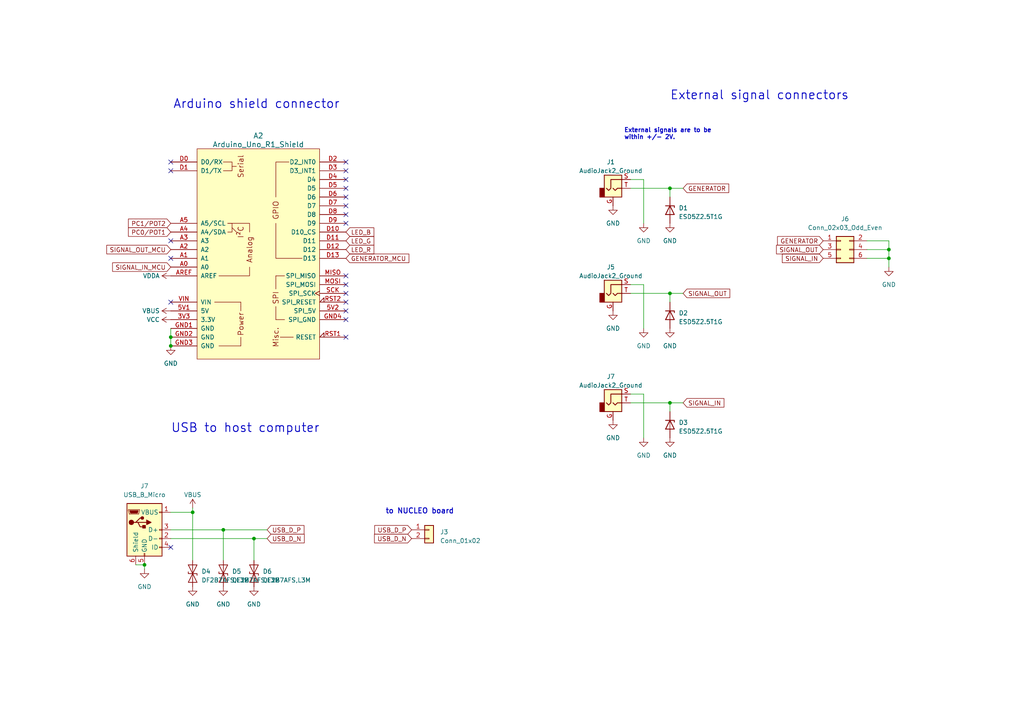
<source format=kicad_sch>
(kicad_sch (version 20230121) (generator eeschema)
  (paper "A4")
  (title_block (title "DSP PAW add-on board") (date "2023-09-13") (rev "2") (company "bitgloo") (comment 1 "Released under the CERN Open Hardware Licence Version 2 - Strongly Reciprocal"))
  (lib_symbols
    (symbol "Connector:USB_B_Micro" (pin_names (offset 1.016))
      (property "Reference" "J" (at -5.08 11.43 0))
      (property "Value" "USB_B_Micro" (at -5.08 8.89 0))
      (symbol "USB_B_Micro_0_1"
        (rectangle (start -5.08 -7.62) (end 5.08 7.62) (stroke (width 0.254)) (fill (type background)))
        (circle (center -3.81 2.159) (radius 0.635) (stroke (width 0.254)) (fill (type outline)))
        (circle (center -0.635 3.429) (radius 0.381) (stroke (width 0.254)) (fill (type outline)))
        (rectangle (start -0.127 -7.62) (end 0.127 -6.858))
        (polyline (pts (xy -1.905 2.159) (xy 0.635 2.159)) (stroke (width 0.254)))
        (polyline (pts (xy -3.175 2.159) (xy -2.54 2.159) (xy -1.27 3.429) (xy -0.635 3.429)) (stroke (width 0.254)))
        (polyline (pts (xy -2.54 2.159) (xy -1.905 2.159) (xy -1.27 0.889) (xy 0 0.889)) (stroke (width 0.254)))
        (polyline (pts (xy 0.635 2.794) (xy 0.635 1.524) (xy 1.905 2.159) (xy 0.635 2.794)) (stroke (width 0.254)) (fill (type outline)))
        (polyline (pts (xy -4.318 5.588) (xy -1.778 5.588) (xy -2.032 4.826) (xy -4.064 4.826) (xy -4.318 5.588)) (fill (type outline)))
        (polyline (pts (xy -4.699 5.842) (xy -4.699 5.588) (xy -4.445 4.826) (xy -4.445 4.572) (xy -1.651 4.572) (xy -1.651 4.826) (xy -1.397 5.588) (xy -1.397 5.842) (xy -4.699 5.842)))
        (rectangle (start 0.254 1.27) (end -0.508 0.508) (stroke (width 0.254)) (fill (type outline)))
        (rectangle (start 5.08 -5.207) (end 4.318 -4.953))
        (rectangle (start 5.08 -2.667) (end 4.318 -2.413))
        (rectangle (start 5.08 -0.127) (end 4.318 0.127))
        (rectangle (start 5.08 4.953) (end 4.318 5.207))
      )
      (symbol "USB_B_Micro_1_1"
        (pin power_out line (at 7.62 5.08 180) (length 2.54) (name "VBUS") (number "1"))
        (pin bidirectional line (at 7.62 -2.54 180) (length 2.54) (name "D-") (number "2"))
        (pin bidirectional line (at 7.62 0 180) (length 2.54) (name "D+") (number "3"))
        (pin passive line (at 7.62 -5.08 180) (length 2.54) (name "ID") (number "4"))
        (pin power_out line (at 0 -10.16 90) (length 2.54) (name "GND") (number "5"))
        (pin passive line (at -2.54 -10.16 90) (length 2.54) (name "Shield") (number "6"))
      )
    )
    (symbol "Connector_Audio:AudioJack2_Ground"
      (property "Reference" "J" (at 0 8.89 0))
      (property "Value" "AudioJack2_Ground" (at 0 6.35 0))
      (symbol "AudioJack2_Ground_0_1"
        (rectangle (start -2.54 -2.54) (end -3.81 0) (stroke (width 0.254)) (fill (type outline)))
        (polyline (pts (xy 0 0) (xy 0.635 -0.635) (xy 1.27 0) (xy 2.54 0)) (stroke (width 0.254)))
        (polyline (pts (xy 2.54 2.54) (xy -0.635 2.54) (xy -0.635 0) (xy -1.27 -0.635) (xy -1.905 0)) (stroke (width 0.254)))
        (rectangle (start 2.54 3.81) (end -2.54 -2.54) (stroke (width 0.254)) (fill (type background)))
      )
      (symbol "AudioJack2_Ground_1_1"
        (pin passive line (at 0 -5.08 90) (length 2.54) (name "~") (number "G"))
        (pin passive line (at 5.08 2.54 180) (length 2.54) (name "~") (number "S"))
        (pin passive line (at 5.08 0 180) (length 2.54) (name "~") (number "T"))
      )
    )
    (symbol "Connector_Generic:Conn_01x02" (pin_names (offset 1.016) hide)
      (property "Reference" "J" (at 0 2.54 0))
      (property "Value" "Conn_01x02" (at 0 -5.08 0))
      (symbol "Conn_01x02_1_1"
        (rectangle (start -1.27 -2.413) (end 0 -2.667) (stroke (width 0.1524)))
        (rectangle (start -1.27 0.127) (end 0 -0.127) (stroke (width 0.1524)))
        (rectangle (start -1.27 1.27) (end 1.27 -3.81) (stroke (width 0.254)) (fill (type background)))
        (pin passive line (at -5.08 0 0) (length 3.81) (name "Pin_1") (number "1"))
        (pin passive line (at -5.08 -2.54 0) (length 3.81) (name "Pin_2") (number "2"))
      )
    )
    (symbol "Connector_Generic:Conn_02x03_Odd_Even" (pin_names (offset 1.016) hide)
      (property "Reference" "J" (at 1.27 5.08 0))
      (property "Value" "Conn_02x03_Odd_Even" (at 1.27 -5.08 0))
      (symbol "Conn_02x03_Odd_Even_1_1"
        (rectangle (start -1.27 -2.413) (end 0 -2.667) (stroke (width 0.1524)))
        (rectangle (start -1.27 0.127) (end 0 -0.127) (stroke (width 0.1524)))
        (rectangle (start -1.27 2.667) (end 0 2.413) (stroke (width 0.1524)))
        (rectangle (start -1.27 3.81) (end 3.81 -3.81) (stroke (width 0.254)) (fill (type background)))
        (rectangle (start 3.81 -2.413) (end 2.54 -2.667) (stroke (width 0.1524)))
        (rectangle (start 3.81 0.127) (end 2.54 -0.127) (stroke (width 0.1524)))
        (rectangle (start 3.81 2.667) (end 2.54 2.413) (stroke (width 0.1524)))
        (pin passive line (at -5.08 2.54 0) (length 3.81) (name "Pin_1") (number "1"))
        (pin passive line (at 7.62 2.54 180) (length 3.81) (name "Pin_2") (number "2"))
        (pin passive line (at -5.08 0 0) (length 3.81) (name "Pin_3") (number "3"))
        (pin passive line (at 7.62 0 180) (length 3.81) (name "Pin_4") (number "4"))
        (pin passive line (at -5.08 -2.54 0) (length 3.81) (name "Pin_5") (number "5"))
        (pin passive line (at 7.62 -2.54 180) (length 3.81) (name "Pin_6") (number "6"))
      )
    )
    (symbol "Diode:ESD5Zxx" (pin_numbers hide) (pin_names hide)
      (property "Reference" "D" (at 0 2.54 0))
      (property "Value" "ESD5Zxx" (at 0 -2.54 0))
      (symbol "ESD5Zxx_0_1"
        (polyline (pts (xy 1.27 0) (xy -1.27 0)))
        (polyline (pts (xy -1.27 -1.27) (xy -1.27 1.27) (xy -0.762 1.27)) (stroke (width 0.254)))
        (polyline (pts (xy 1.27 -1.27) (xy 1.27 1.27) (xy -1.27 0) (xy 1.27 -1.27)) (stroke (width 0.254)))
      )
      (symbol "ESD5Zxx_1_1"
        (pin passive line (at -3.81 0 0) (length 2.54) (name "K") (number "1"))
        (pin passive line (at 3.81 0 180) (length 2.54) (name "A") (number "2"))
      )
    )
    (symbol "Diode:ESD9B5.0ST5G" (pin_numbers hide) (pin_names (offset 1.016) hide)
      (property "Reference" "D" (at 0 2.54 0))
      (property "Value" "ESD9B5.0ST5G" (at 0 -2.54 0))
      (symbol "ESD9B5.0ST5G_0_1"
        (polyline (pts (xy 1.27 0) (xy -1.27 0)))
        (polyline (pts (xy -2.54 -1.27) (xy 0 0) (xy -2.54 1.27) (xy -2.54 -1.27)) (stroke (width 0.2032)))
        (polyline (pts (xy 0.508 1.27) (xy 0 1.27) (xy 0 -1.27) (xy -0.508 -1.27)) (stroke (width 0.2032)))
        (polyline (pts (xy 2.54 1.27) (xy 2.54 -1.27) (xy 0 0) (xy 2.54 1.27)) (stroke (width 0.2032)))
      )
      (symbol "ESD9B5.0ST5G_1_1"
        (pin passive line (at -3.81 0 0) (length 2.54) (name "A1") (number "1"))
        (pin passive line (at 3.81 0 180) (length 2.54) (name "A2") (number "2"))
      )
    )
    (symbol "PCM_arduino-library:Arduino_Uno_R1_Shield" (pin_names (offset 1.016))
      (property "Reference" "A" (at 0 36.83 0))
      (property "Value" "Arduino_Uno_R1_Shield" (at 0 33.02 0))
      (symbol "Arduino_Uno_R1_Shield_0_0"
        (rectangle (start -17.78 30.48) (end 17.78 -30.48) (fill (type background)))
        (rectangle (start -12.7 -13.97) (end -5.08 -13.97))
        (rectangle (start -11.43 -26.67) (end -5.08 -26.67))
        (polyline (pts (xy -7.62 7.62) (xy -6.35 6.35)))
        (polyline (pts (xy -7.62 25.4) (xy -6.35 25.4)))
        (polyline (pts (xy -5.08 -26.67) (xy -5.08 -24.13)))
        (polyline (pts (xy -5.08 -15.24) (xy -5.08 -16.51)))
        (polyline (pts (xy -5.08 -13.97) (xy -5.08 -15.24)))
        (polyline (pts (xy -2.54 -3.81) (xy -2.54 -6.35) (xy -11.43 -6.35)))
        (polyline (pts (xy -2.54 6.35) (xy -2.54 8.89) (xy -8.89 8.89)))
        (polyline (pts (xy 5.08 8.89) (xy 5.08 -1.27) (xy 12.7 -1.27)))
        (polyline (pts (xy 5.08 16.51) (xy 5.08 26.67) (xy 8.89 26.67)))
        (polyline (pts (xy -10.16 26.67) (xy -7.62 26.67) (xy -7.62 24.13) (xy -10.16 24.13)))
        (polyline (pts (xy -8.89 8.89) (xy -7.62 8.89) (xy -7.62 6.35) (xy -8.89 6.35)))
        (rectangle (start 5.08 -19.05) (end 5.08 -15.24))
        (rectangle (start 5.08 -19.05) (end 7.62 -19.05))
        (rectangle (start 5.08 -10.16) (end 5.08 -6.35))
        (rectangle (start 6.35 -24.13) (end 10.16 -24.13))
        (rectangle (start 7.62 -6.35) (end 5.08 -6.35))
        (text "Analog" (at -2.54 1.27 900) (effects (font (size 1.524 1.524))))
        (text "I²C" (at -5.08 6.35 900) (effects (font (size 1.524 1.524))))
        (text "Misc." (at 5.08 -24.13 900) (effects (font (size 1.524 1.524))))
        (text "Power" (at -5.08 -20.32 900) (effects (font (size 1.524 1.524))))
        (text "Serial" (at -5.08 25.4 900) (effects (font (size 1.524 1.524))))
        (text "SPI" (at 5.08 -12.7 900) (effects (font (size 1.524 1.524))))
      )
      (symbol "Arduino_Uno_R1_Shield_1_0"
        (text "GPIO" (at 5.08 12.7 900) (effects (font (size 1.524 1.524))))
      )
      (symbol "Arduino_Uno_R1_Shield_1_1"
        (pin power_out line (at -25.4 -19.05 0) (length 7.62) (name "3.3V") (number "3V3"))
        (pin power_in line (at -25.4 -16.51 0) (length 7.62) (name "5V") (number "5V1"))
        (pin power_in line (at 25.4 -16.51 180) (length 7.62) (name "SPI_5V") (number "5V2"))
        (pin bidirectional line (at -25.4 -3.81 0) (length 7.62) (name "A0") (number "A0"))
        (pin bidirectional line (at -25.4 -1.27 0) (length 7.62) (name "A1") (number "A1"))
        (pin bidirectional line (at -25.4 1.27 0) (length 7.62) (name "A2") (number "A2"))
        (pin bidirectional line (at -25.4 3.81 0) (length 7.62) (name "A3") (number "A3"))
        (pin bidirectional line (at -25.4 6.35 0) (length 7.62) (name "A4/SDA") (number "A4"))
        (pin bidirectional line (at -25.4 8.89 0) (length 7.62) (name "A5/SCL") (number "A5"))
        (pin input line (at -25.4 -6.35 0) (length 7.62) (name "AREF") (number "AREF"))
        (pin bidirectional line (at -25.4 26.67 0) (length 7.62) (name "D0/RX") (number "D0"))
        (pin bidirectional line (at -25.4 24.13 0) (length 7.62) (name "D1/TX") (number "D1"))
        (pin bidirectional line (at 25.4 6.35 180) (length 7.62) (name "D10_CS") (number "D10"))
        (pin bidirectional line (at 25.4 3.81 180) (length 7.62) (name "D11") (number "D11"))
        (pin bidirectional line (at 25.4 1.27 180) (length 7.62) (name "D12") (number "D12"))
        (pin bidirectional line (at 25.4 -1.27 180) (length 7.62) (name "D13") (number "D13"))
        (pin bidirectional line (at 25.4 26.67 180) (length 7.62) (name "D2_INT0") (number "D2"))
        (pin bidirectional line (at 25.4 24.13 180) (length 7.62) (name "D3_INT1") (number "D3"))
        (pin bidirectional line (at 25.4 21.59 180) (length 7.62) (name "D4") (number "D4"))
        (pin bidirectional line (at 25.4 19.05 180) (length 7.62) (name "D5") (number "D5"))
        (pin bidirectional line (at 25.4 16.51 180) (length 7.62) (name "D6") (number "D6"))
        (pin bidirectional line (at 25.4 13.97 180) (length 7.62) (name "D7") (number "D7"))
        (pin bidirectional line (at 25.4 11.43 180) (length 7.62) (name "D8") (number "D8"))
        (pin bidirectional line (at 25.4 8.89 180) (length 7.62) (name "D9") (number "D9"))
        (pin power_in line (at -25.4 -21.59 0) (length 7.62) (name "GND") (number "GND1"))
        (pin power_in line (at -25.4 -24.13 0) (length 7.62) (name "GND") (number "GND2"))
        (pin power_in line (at -25.4 -26.67 0) (length 7.62) (name "GND") (number "GND3"))
        (pin power_in line (at 25.4 -19.05 180) (length 7.62) (name "SPI_GND") (number "GND4"))
        (pin input line (at 25.4 -6.35 180) (length 7.62) (name "SPI_MISO") (number "MISO"))
        (pin output line (at 25.4 -8.89 180) (length 7.62) (name "SPI_MOSI") (number "MOSI"))
        (pin open_collector input_low (at 25.4 -24.13 180) (length 7.62) (name "RESET") (number "RST1"))
        (pin open_collector input_low (at 25.4 -13.97 180) (length 7.62) (name "SPI_RESET") (number "RST2"))
        (pin output clock (at 25.4 -11.43 180) (length 7.62) (name "SPI_SCK") (number "SCK"))
        (pin power_in line (at -25.4 -13.97 0) (length 7.62) (name "VIN") (number "VIN"))
      )
    )
    (symbol "power:GND" (power) (pin_names (offset 0))
      (property "Value" "GND" (at 0 -3.81 0))
      (symbol "GND_0_1"
        (polyline (pts (xy 0 0) (xy 0 -1.27) (xy 1.27 -1.27) (xy 0 -2.54) (xy -1.27 -1.27) (xy 0 -1.27)))
      )
      (symbol "GND_1_1"
        (pin power_in line (at 0 0 270) (length 0) hide (name "GND") (number "1"))
      )
    )
    (symbol "power:VBUS" (power) (pin_names (offset 0))
      (property "Value" "VBUS" (at 0 3.81 0))
      (symbol "VBUS_0_1"
        (polyline (pts (xy -0.762 1.27) (xy 0 2.54)))
        (polyline (pts (xy 0 0) (xy 0 2.54)))
        (polyline (pts (xy 0 2.54) (xy 0.762 1.27)))
      )
      (symbol "VBUS_1_1"
        (pin power_in line (at 0 0 90) (length 0) hide (name "VBUS") (number "1"))
      )
    )
    (symbol "power:VCC" (power) (pin_names (offset 0))
      (property "Value" "VCC" (at 0 3.81 0))
      (symbol "VCC_0_1"
        (polyline (pts (xy -0.762 1.27) (xy 0 2.54)))
        (polyline (pts (xy 0 0) (xy 0 2.54)))
        (polyline (pts (xy 0 2.54) (xy 0.762 1.27)))
      )
      (symbol "VCC_1_1"
        (pin power_in line (at 0 0 90) (length 0) hide (name "VCC") (number "1"))
      )
    )
    (symbol "power:VDDA" (power) (pin_names (offset 0))
      (property "Value" "VDDA" (at 0 3.81 0))
      (symbol "VDDA_0_1"
        (polyline (pts (xy -0.762 1.27) (xy 0 2.54)))
        (polyline (pts (xy 0 0) (xy 0 2.54)))
        (polyline (pts (xy 0 2.54) (xy 0.762 1.27)))
      )
      (symbol "VDDA_1_1"
        (pin power_in line (at 0 0 90) (length 0) hide (name "VDDA") (number "1"))
      )
    )
  )
  (junction (at 64.77 153.67))
  (junction (at 194.31 54.61))
  (junction (at 73.66 156.21))
  (junction (at 194.31 85.09))
  (junction (at 49.53 100.33))
  (junction (at 257.81 72.39))
  (junction (at 41.91 163.83))
  (junction (at 49.53 97.79))
  (junction (at 55.88 148.59))
  (junction (at 194.31 116.84))
  (junction (at 257.81 74.93))
  (no_connect (at 100.33 90.17))
  (no_connect (at 49.53 49.53))
  (no_connect (at 49.53 74.93))
  (no_connect (at 49.53 46.99))
  (no_connect (at 100.33 64.77))
  (no_connect (at 100.33 54.61))
  (no_connect (at 100.33 49.53))
  (no_connect (at 100.33 57.15))
  (no_connect (at 100.33 46.99))
  (no_connect (at 100.33 80.01))
  (no_connect (at 49.53 87.63))
  (no_connect (at 100.33 52.07))
  (no_connect (at 100.33 87.63))
  (no_connect (at 49.53 69.85))
  (no_connect (at 100.33 82.55))
  (no_connect (at 49.53 158.75))
  (no_connect (at 100.33 85.09))
  (no_connect (at 100.33 59.69))
  (no_connect (at 100.33 92.71))
  (no_connect (at 100.33 97.79))
  (no_connect (at 100.33 62.23))
  (wire (pts (xy 257.81 72.39) (xy 251.46 72.39)))
  (wire (pts (xy 186.69 114.3) (xy 186.69 127)))
  (wire (pts (xy 182.88 114.3) (xy 186.69 114.3)))
  (wire (pts (xy 257.81 74.93) (xy 257.81 77.47)))
  (wire (pts (xy 55.88 147.32) (xy 55.88 148.59)))
  (wire (pts (xy 186.69 82.55) (xy 186.69 95.25)))
  (wire (pts (xy 194.31 116.84) (xy 198.12 116.84)))
  (wire (pts (xy 257.81 72.39) (xy 257.81 74.93)))
  (wire (pts (xy 194.31 54.61) (xy 198.12 54.61)))
  (wire (pts (xy 73.66 156.21) (xy 77.47 156.21)))
  (wire (pts (xy 194.31 54.61) (xy 194.31 57.15)))
  (wire (pts (xy 49.53 153.67) (xy 64.77 153.67)))
  (wire (pts (xy 186.69 52.07) (xy 186.69 64.77)))
  (wire (pts (xy 49.53 156.21) (xy 73.66 156.21)))
  (wire (pts (xy 39.37 163.83) (xy 41.91 163.83)))
  (wire (pts (xy 194.31 85.09) (xy 194.31 87.63)))
  (wire (pts (xy 49.53 148.59) (xy 55.88 148.59)))
  (wire (pts (xy 194.31 85.09) (xy 198.12 85.09)))
  (wire (pts (xy 182.88 52.07) (xy 186.69 52.07)))
  (wire (pts (xy 194.31 116.84) (xy 194.31 119.38)))
  (wire (pts (xy 257.81 69.85) (xy 257.81 72.39)))
  (wire (pts (xy 49.53 95.25) (xy 49.53 97.79)))
  (wire (pts (xy 55.88 148.59) (xy 55.88 162.56)))
  (wire (pts (xy 257.81 69.85) (xy 251.46 69.85)))
  (wire (pts (xy 64.77 153.67) (xy 64.77 162.56)))
  (wire (pts (xy 41.91 163.83) (xy 41.91 165.1)))
  (wire (pts (xy 251.46 74.93) (xy 257.81 74.93)))
  (wire (pts (xy 182.88 85.09) (xy 194.31 85.09)))
  (wire (pts (xy 182.88 54.61) (xy 194.31 54.61)))
  (wire (pts (xy 182.88 116.84) (xy 194.31 116.84)))
  (wire (pts (xy 49.53 97.79) (xy 49.53 100.33)))
  (wire (pts (xy 64.77 153.67) (xy 77.47 153.67)))
  (wire (pts (xy 182.88 82.55) (xy 186.69 82.55)))
  (wire (pts (xy 73.66 156.21) (xy 73.66 162.56)))
  (text "USB to host computer" (at 49.53 125.73 0) (effects (font (size 2.54 2.54) (thickness 0.254) bold) (justify left bottom)))
  (text "to NUCLEO board" (at 111.76 149.225 0) (effects (font (size 1.5 1.5) (thickness 0.254) bold) (justify left bottom)))
  (text "Arduino shield connector" (at 50.165 31.75 0) (effects (font (size 2.54 2.54) (thickness 0.254) bold) (justify left bottom)))
  (text "External signals are to be\nwithin +/- 2V." (at 180.975 40.64 0) (effects (font (size 1.25 1.25) (thickness 0.254) bold) (justify left bottom)))
  (text "External signal connectors" (at 194.31 29.21 0) (effects (font (size 2.54 2.54) (thickness 0.254) bold) (justify left bottom)))
  (global_label "USB_D_P" (shape input) (at 119.38 153.67 180) (property "Intersheetrefs" "${INTERSHEET_REFS}" (effects hide)))
  (global_label "SIGNAL_OUT" (shape input) (at 198.12 85.09 0) (property "Intersheetrefs" "${INTERSHEET_REFS}" (effects hide)))
  (global_label "SIGNAL_IN_MCU" (shape input) (at 49.53 77.47 180) (property "Intersheetrefs" "${INTERSHEET_REFS}" (effects hide)))
  (global_label "SIGNAL_OUT_MCU" (shape input) (at 49.53 72.39 180) (property "Intersheetrefs" "${INTERSHEET_REFS}" (effects hide)))
  (global_label "SIGNAL_IN" (shape input) (at 198.12 116.84 0) (property "Intersheetrefs" "${INTERSHEET_REFS}" (effects hide)))
  (global_label "PC0{slash}POT1" (shape input) (at 49.53 67.31 180) (property "Intersheetrefs" "${INTERSHEET_REFS}" (effects hide)))
  (global_label "GENERATOR" (shape input) (at 198.12 54.61 0) (property "Intersheetrefs" "${INTERSHEET_REFS}" (effects hide)))
  (global_label "LED_B" (shape input) (at 100.33 67.31 0) (property "Intersheetrefs" "${INTERSHEET_REFS}" (effects hide)))
  (global_label "SIGNAL_OUT" (shape input) (at 238.76 72.39 180) (property "Intersheetrefs" "${INTERSHEET_REFS}" (effects hide)))
  (global_label "LED_G" (shape input) (at 100.33 69.85 0) (property "Intersheetrefs" "${INTERSHEET_REFS}" (effects hide)))
  (global_label "LED_R" (shape input) (at 100.33 72.39 0) (property "Intersheetrefs" "${INTERSHEET_REFS}" (effects hide)))
  (global_label "GENERATOR_MCU" (shape input) (at 100.33 74.93 0) (property "Intersheetrefs" "${INTERSHEET_REFS}" (effects hide)))
  (global_label "USB_D_P" (shape input) (at 77.47 153.67 0) (property "Intersheetrefs" "${INTERSHEET_REFS}" (effects hide)))
  (global_label "GENERATOR" (shape input) (at 238.76 69.85 180) (property "Intersheetrefs" "${INTERSHEET_REFS}" (effects hide)))
  (global_label "SIGNAL_IN" (shape input) (at 238.76 74.93 180) (property "Intersheetrefs" "${INTERSHEET_REFS}" (effects hide)))
  (global_label "USB_D_N" (shape input) (at 119.38 156.21 180) (property "Intersheetrefs" "${INTERSHEET_REFS}" (effects hide)))
  (global_label "PC1{slash}POT2" (shape input) (at 49.53 64.77 180) (property "Intersheetrefs" "${INTERSHEET_REFS}" (effects hide)))
  (global_label "USB_D_N" (shape input) (at 77.47 156.21 0) (property "Intersheetrefs" "${INTERSHEET_REFS}" (effects hide)))
  (symbol (lib_id "Diode:ESD9B5.0ST5G") (at 55.88 166.37 90) (unit 1)
    (property "Reference" "D4" (at 58.42 165.735 90) (effects (justify right)))
    (property "Value" "DF2B7AFS,L3M" (at 58.42 168.275 90) (effects (justify right)))
    (property "Footprint" "Diode_SMD:D_SOD-923" (effects hide))
    (property "Datasheet" "https://www.onsemi.com/pub/Collateral/ESD9B-D.PDF" (effects hide))
    (property "Part Number" "DF2B7AFS,L3M" (effects hide))
  )
  (symbol (lib_id "power:VDDA") (at 49.53 80.01 90) (unit 1)
    (property "Reference" "#PWR04" (effects hide))
    (property "Value" "VDDA" (at 46.355 80.01 90) (effects (justify left)))
    (instances (project "stmdsp_rev3" (path "" (reference "#PWR04") (unit 1))) (project "DSP PAW add-on board" (path "" (reference "#PWR074") (unit 1))))
  )
  (symbol (lib_id "power:GND") (at 64.77 170.18 0) (unit 1)
    (property "Reference" "#PWR038" (effects hide))
    (property "Value" "GND" (at 64.77 175.26 0))
    (instances (project "stmdsp_rev3" (path "" (reference "#PWR038") (unit 1))) (project "DSP PAW add-on board" (path "" (reference "#PWR064") (unit 1))))
  )
  (symbol (lib_id "power:GND") (at 186.69 95.25 0) (unit 1)
    (property "Reference" "#PWR034" (effects hide))
    (property "Value" "GND" (at 186.69 100.33 0))
    (instances (project "stmdsp_rev3" (path "" (reference "#PWR034") (unit 1))) (project "DSP PAW add-on board" (path "" (reference "#PWR056") (unit 1))))
  )
  (symbol (lib_id "power:GND") (at 257.81 77.47 0) (mirror y) (unit 1)
    (property "Reference" "#PWR036" (effects hide))
    (property "Value" "GND" (at 257.81 82.55 0))
    (instances (project "stmdsp_rev3" (path "" (reference "#PWR036") (unit 1))) (project "DSP PAW add-on board" (path "" (reference "#PWR052") (unit 1))))
  )
  (symbol (lib_id "power:GND") (at 186.69 64.77 0) (unit 1)
    (property "Reference" "#PWR032" (effects hide))
    (property "Value" "GND" (at 186.69 69.85 0))
    (instances (project "stmdsp_rev3" (path "" (reference "#PWR032") (unit 1))) (project "DSP PAW add-on board" (path "" (reference "#PWR049") (unit 1))))
  )
  (symbol (lib_id "PCM_arduino-library:Arduino_Uno_R1_Shield") (at 74.93 73.66 0) (unit 1)
    (property "Reference" "A2" (at 74.93 39.37 0) (effects (font (size 1.524 1.524))))
    (property "Value" "Arduino_Uno_R1_Shield" (at 74.93 41.91 0) (effects (font (size 1.524 1.524))))
    (property "Footprint" "PCM_arduino-library:Arduino_Uno_R2_Shield" (effects hide))
    (property "Datasheet" "https://startingelectronics.org/articles/arduino/uno-r3-r2-differences/" (effects hide))
    (property "DNP" "T" (effects hide))
  )
  (symbol (lib_id "Diode:ESD9B5.0ST5G") (at 64.77 166.37 90) (unit 1)
    (property "Reference" "D5" (at 67.31 165.735 90) (effects (justify right)))
    (property "Value" "DF2B7AFS,L3M" (at 67.31 168.275 90) (effects (justify right)))
    (property "Footprint" "Diode_SMD:D_SOD-923" (effects hide))
    (property "Datasheet" "https://www.onsemi.com/pub/Collateral/ESD9B-D.PDF" (effects hide))
    (property "Part Number" "DF2B7AFS,L3M" (effects hide))
  )
  (symbol (lib_id "Connector_Audio:AudioJack2_Ground") (at 177.8 85.09 0) (unit 1)
    (property "Reference" "J5" (at 177.165 77.47 0))
    (property "Value" "AudioJack2_Ground" (at 177.165 80.01 0))
    (property "Footprint" "Connector_Audio:Jack_3.5mm_CUI_SJ-3523-SMT_Horizontal" (effects hide))
    (property "Part Number" "SJ-3523-SMT-TR" (effects hide))
  )
  (symbol (lib_id "Diode:ESD5Zxx") (at 194.31 123.19 270) (unit 1)
    (property "Reference" "D3" (at 196.85 122.555 90) (effects (justify left)))
    (property "Value" "ESD5Z2.5T1G" (at 196.85 125.095 90) (effects (justify left)))
    (property "Footprint" "Diode_SMD:D_SOD-523" (effects hide))
    (property "Datasheet" "https://www.onsemi.com/pdf/datasheet/esd5z2.5t1-d.pdf" (effects hide))
    (property "Part Number" "ESD5Z2.5T1G" (effects hide))
  )
  (symbol (lib_id "power:GND") (at 186.69 127 0) (unit 1)
    (property "Reference" "#PWR034" (effects hide))
    (property "Value" "GND" (at 186.69 132.08 0))
    (instances (project "stmdsp_rev3" (path "" (reference "#PWR034") (unit 1))) (project "DSP PAW add-on board" (path "" (reference "#PWR059") (unit 1))))
  )
  (symbol (lib_id "power:GND") (at 55.88 170.18 0) (unit 1)
    (property "Reference" "#PWR038" (effects hide))
    (property "Value" "GND" (at 55.88 175.26 0))
    (instances (project "stmdsp_rev3" (path "" (reference "#PWR038") (unit 1))) (project "DSP PAW add-on board" (path "" (reference "#PWR063") (unit 1))))
  )
  (symbol (lib_id "power:GND") (at 177.8 90.17 0) (unit 1)
    (property "Reference" "#PWR032" (effects hide))
    (property "Value" "GND" (at 177.8 95.25 0))
    (instances (project "stmdsp_rev3" (path "" (reference "#PWR032") (unit 1))) (project "DSP PAW add-on board" (path "" (reference "#PWR055") (unit 1))))
  )
  (symbol (lib_id "power:VBUS") (at 55.88 147.32 0) (unit 1)
    (property "Reference" "#PWR061" (effects hide))
    (property "Value" "VBUS" (at 55.88 143.51 0))
  )
  (symbol (lib_id "Diode:ESD5Zxx") (at 194.31 60.96 270) (unit 1)
    (property "Reference" "D1" (at 196.85 60.325 90) (effects (justify left)))
    (property "Value" "ESD5Z2.5T1G" (at 196.85 62.865 90) (effects (justify left)))
    (property "Footprint" "Diode_SMD:D_SOD-523" (effects hide))
    (property "Datasheet" "https://www.onsemi.com/pdf/datasheet/esd5z2.5t1-d.pdf" (effects hide))
    (property "Part Number" "ESD5Z2.5T1G" (effects hide))
  )
  (symbol (lib_id "power:GND") (at 177.8 59.69 0) (unit 1)
    (property "Reference" "#PWR032" (effects hide))
    (property "Value" "GND" (at 177.8 64.77 0))
    (instances (project "stmdsp_rev3" (path "" (reference "#PWR032") (unit 1))) (project "DSP PAW add-on board" (path "" (reference "#PWR048") (unit 1))))
  )
  (symbol (lib_id "power:VCC") (at 49.53 92.71 90) (unit 1)
    (property "Reference" "#PWR015" (effects hide))
    (property "Value" "VCC" (at 46.355 92.71 90) (effects (justify left)))
    (instances (project "stmdsp_rev3" (path "" (reference "#PWR015") (unit 1))) (project "DSP PAW add-on board" (path "" (reference "#PWR072") (unit 1))))
  )
  (symbol (lib_id "Diode:ESD5Zxx") (at 194.31 91.44 270) (unit 1)
    (property "Reference" "D2" (at 196.85 90.805 90) (effects (justify left)))
    (property "Value" "ESD5Z2.5T1G" (at 196.85 93.345 90) (effects (justify left)))
    (property "Footprint" "Diode_SMD:D_SOD-523" (effects hide))
    (property "Datasheet" "https://www.onsemi.com/pdf/datasheet/esd5z2.5t1-d.pdf" (effects hide))
    (property "Part Number" "ESD5Z2.5T1G" (effects hide))
  )
  (symbol (lib_id "Connector_Audio:AudioJack2_Ground") (at 177.8 54.61 0) (unit 1)
    (property "Reference" "J1" (at 177.165 46.99 0))
    (property "Value" "AudioJack2_Ground" (at 177.165 49.53 0))
    (property "Footprint" "Connector_Audio:Jack_3.5mm_CUI_SJ-3523-SMT_Horizontal" (effects hide))
    (property "Part Number" "SJ-3523-SMT-TR" (effects hide))
  )
  (symbol (lib_id "Connector:USB_B_Micro") (at 41.91 153.67 0) (unit 1)
    (property "Reference" "J7" (at 41.91 140.97 0))
    (property "Value" "USB_B_Micro" (at 41.91 143.51 0))
    (property "Footprint" "Connector_USB:USB_Micro-B_Amphenol_10104110_Horizontal" (effects hide))
    (property "Part Number" "10104110-0001LF" (effects hide))
    (instances (project "stmdsp_rev3" (path "" (reference "J7") (unit 1))) (project "DSP PAW add-on board" (path "" (reference "J8") (unit 1))))
  )
  (symbol (lib_id "power:GND") (at 194.31 95.25 0) (unit 1)
    (property "Reference" "#PWR032" (effects hide))
    (property "Value" "GND" (at 194.31 100.33 0))
    (instances (project "stmdsp_rev3" (path "" (reference "#PWR032") (unit 1))) (project "DSP PAW add-on board" (path "" (reference "#PWR057") (unit 1))))
  )
  (symbol (lib_id "Connector_Audio:AudioJack2_Ground") (at 177.8 116.84 0) (unit 1)
    (property "Reference" "J7" (at 177.165 109.22 0))
    (property "Value" "AudioJack2_Ground" (at 177.165 111.76 0))
    (property "Footprint" "Connector_Audio:Jack_3.5mm_CUI_SJ-3523-SMT_Horizontal" (effects hide))
    (property "Part Number" "SJ-3523-SMT-TR" (effects hide))
  )
  (symbol (lib_id "power:VBUS") (at 49.53 90.17 90) (unit 1)
    (property "Reference" "#PWR075" (effects hide))
    (property "Value" "VBUS" (at 46.355 90.17 90) (effects (justify left)))
  )
  (symbol (lib_id "power:GND") (at 194.31 127 0) (unit 1)
    (property "Reference" "#PWR032" (effects hide))
    (property "Value" "GND" (at 194.31 132.08 0))
    (instances (project "stmdsp_rev3" (path "" (reference "#PWR032") (unit 1))) (project "DSP PAW add-on board" (path "" (reference "#PWR060") (unit 1))))
  )
  (symbol (lib_id "Connector_Generic:Conn_01x02") (at 124.46 153.67 0) (unit 1)
    (property "Reference" "J3" (at 127.635 154.305 0) (effects (justify left)))
    (property "Value" "Conn_01x02" (at 127.635 156.845 0) (effects (justify left)))
    (property "Footprint" "Connector_PinHeader_2.54mm:PinHeader_1x02_P2.54mm_Vertical" (effects hide))
    (property "DNP" "T" (effects hide))
  )
  (symbol (lib_id "power:GND") (at 177.8 121.92 0) (unit 1)
    (property "Reference" "#PWR032" (effects hide))
    (property "Value" "GND" (at 177.8 127 0))
    (instances (project "stmdsp_rev3" (path "" (reference "#PWR032") (unit 1))) (project "DSP PAW add-on board" (path "" (reference "#PWR058") (unit 1))))
  )
  (symbol (lib_id "power:GND") (at 73.66 170.18 0) (unit 1)
    (property "Reference" "#PWR038" (effects hide))
    (property "Value" "GND" (at 73.66 175.26 0))
    (instances (project "stmdsp_rev3" (path "" (reference "#PWR038") (unit 1))) (project "DSP PAW add-on board" (path "" (reference "#PWR065") (unit 1))))
  )
  (symbol (lib_id "Diode:ESD9B5.0ST5G") (at 73.66 166.37 90) (unit 1)
    (property "Reference" "D6" (at 76.2 165.735 90) (effects (justify right)))
    (property "Value" "DF2B7AFS,L3M" (at 76.2 168.275 90) (effects (justify right)))
    (property "Footprint" "Diode_SMD:D_SOD-923" (effects hide))
    (property "Datasheet" "https://www.onsemi.com/pub/Collateral/ESD9B-D.PDF" (effects hide))
    (property "Part Number" "DF2B7AFS,L3M" (effects hide))
  )
  (symbol (lib_id "Connector_Generic:Conn_02x03_Odd_Even") (at 243.84 72.39 0) (unit 1)
    (property "Reference" "J6" (at 245.11 63.5 0))
    (property "Value" "Conn_02x03_Odd_Even" (at 245.11 66.04 0))
    (property "Footprint" "Connector_PinHeader_2.54mm:PinHeader_2x03_P2.54mm_Vertical" (effects hide))
    (property "Part Number" "PH2-06-UA" (effects hide))
    (instances (project "stmdsp_rev3" (path "" (reference "J6") (unit 1))) (project "DSP PAW add-on board" (path "" (reference "J4") (unit 1))))
  )
  (symbol (lib_id "power:GND") (at 194.31 64.77 0) (unit 1)
    (property "Reference" "#PWR032" (effects hide))
    (property "Value" "GND" (at 194.31 69.85 0))
    (instances (project "stmdsp_rev3" (path "" (reference "#PWR032") (unit 1))) (project "DSP PAW add-on board" (path "" (reference "#PWR050") (unit 1))))
  )
  (symbol (lib_id "power:GND") (at 49.53 100.33 0) (mirror y) (unit 1)
    (property "Reference" "#PWR036" (effects hide))
    (property "Value" "GND" (at 49.53 105.41 0))
    (instances (project "stmdsp_rev3" (path "" (reference "#PWR036") (unit 1))) (project "DSP PAW add-on board" (path "" (reference "#PWR046") (unit 1))))
  )
  (symbol (lib_id "power:GND") (at 41.91 165.1 0) (unit 1)
    (property "Reference" "#PWR038" (effects hide))
    (property "Value" "GND" (at 41.91 170.18 0))
    (instances (project "stmdsp_rev3" (path "" (reference "#PWR038") (unit 1))) (project "DSP PAW add-on board" (path "" (reference "#PWR066") (unit 1))))
  )
)
</source>
